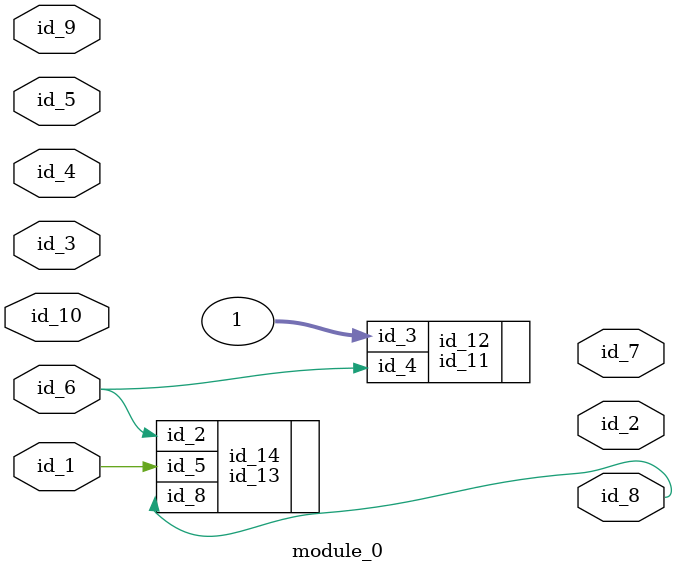
<source format=v>
module module_0 (
    id_1,
    id_2,
    id_3,
    id_4,
    id_5,
    id_6,
    id_7,
    id_8,
    id_9,
    id_10
);
  input id_10;
  input id_9;
  output id_8;
  output id_7;
  input id_6;
  input id_5;
  input id_4;
  input id_3;
  output id_2;
  input id_1;
  id_11 id_12 (
      .id_3(1),
      .id_4(id_6)
  );
  id_13 id_14 (
      .id_5(id_1),
      .id_2(id_6),
      .id_8(id_8)
  );
endmodule

</source>
